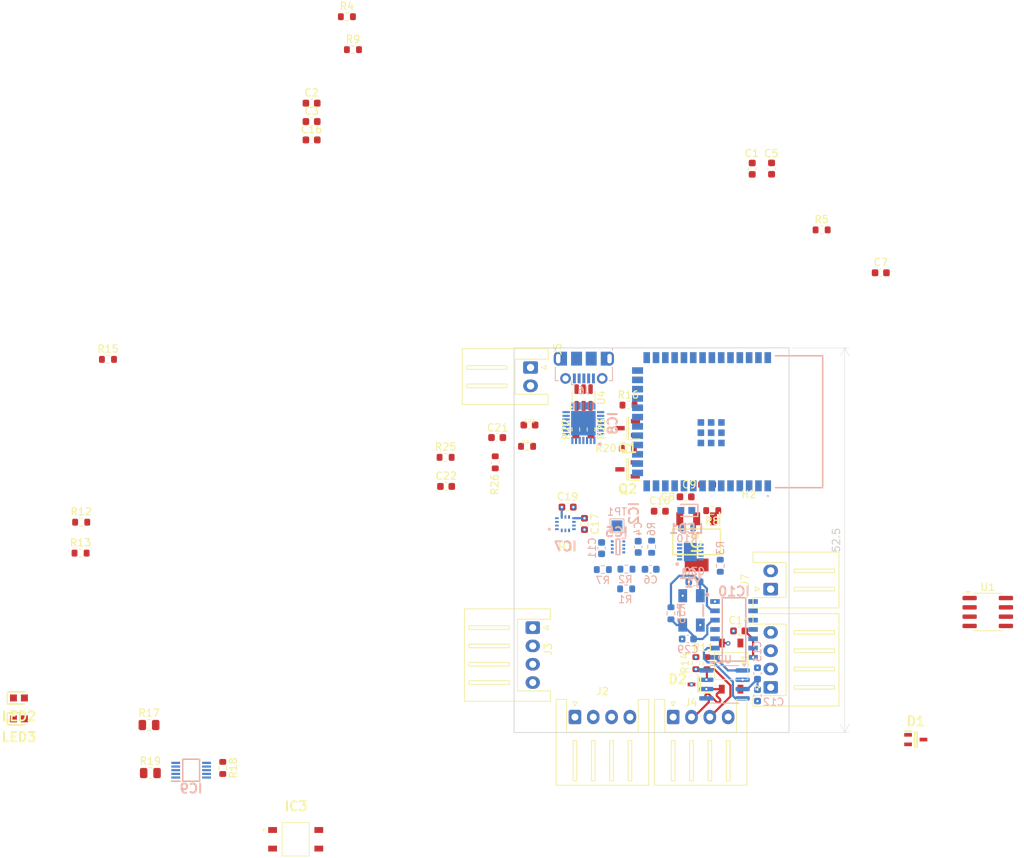
<source format=kicad_pcb>
(kicad_pcb (version 20241229) (generator "pcbnew") (generator_version "9.0")
  (layers (0 "F.Cu" signal) (4 "In1.Cu" signal) (6 "In2.Cu" signal) (2 "B.Cu" signal) (13 "F.Paste" user) (15 "B.Paste" user) (5 "F.SilkS" user "F.Silkscreen") (7 "B.SilkS" user "B.Silkscreen") (1 "F.Mask" user) (3 "B.Mask" user) (25 "Edge.Cuts" user))
  (net 0 "")
  (net 1 "/CHIP_PU")
  (net 2 "Net-(Q1-B)")
  (net 3 "/GPIO0")
  (net 4 "Net-(Q2-B)")
  (net 5 "/EFUSE_IN")
  (net 6 "/WSPD-")
  (net 7 "/WSPD+")
  (net 8 "+5V")
  (net 9 "GND")
  (net 10 "/HE_OUTPUT")
  (net 11 "Net-(IC10-OSC2)")
  (net 12 "/USER_LED")
  (net 13 "VCC")
  (net 14 "VBUS")
  (net 15 "Net-(IC9-IN-)")
  (net 16 "Net-(IC9-IN+)")
  (net 17 "Net-(IC8-VBUS)")
  (net 18 "/PROG_D-")
  (net 19 "/PROG_D+")
  (net 20 "/CAN1+")
  (net 21 "/USBM_D-")
  (net 22 "/USBM_D+")
  (net 23 "+3.3V")
  (net 24 "/CAN1-")
  (net 25 "/CAN2-")
  (net 26 "/CAN2+")
  (net 28 "/ILIM")
  (net 29 "Net-(IC1-EN{slash}UVLO)")
  (net 31 "/CAN1_CTX")
  (net 33 "/I2C2_SCL")
  (net 34 "/I2C2_SDA")
  (net 35 "Net-(IC10-OSC1)")
  (net 36 "/CAN_2_INT1")
  (net 37 "/UOTXD")
  (net 38 "/UORXD")
  (net 39 "/I2C1_SDA")
  (net 40 "/I2C1_SCL")
  (net 50 "/CAN1_TERM")
  (net 53 "/CAN2_RTX")
  (net 57 "/CAN1_RTX")
  (net 58 "/CAN2_TERM")
  (net 60 "/CAN2_CTX")
  (net 63 "Net-(IC3-Pad6)")
  (net 64 "Net-(IC5-PR1)")
  (net 65 "Net-(IC5-ST)")
  (net 66 "Net-(IC6-Pad6)")
  (net 75 "Net-(IC8-RTS)")
  (net 80 "Net-(IC8-DTR)")
  (net 94 "Net-(IC8-RSTB)")
  (net 106 "Net-(LED1-K)")
  (net 107 "Net-(LED2-A)")
  (net 108 "Net-(U1-Rs)")
  (net 109 "Net-(U2-Rs)")
  (net 110 "Net-(R22-Pad1)")
  (net 111 "Net-(R23-Pad2)")
  (net 114 "/CAN_2_INT0")
  (net 115 "/CAN_2_INT")
  (net 116 "/SPI_MOSI")
  (net 117 "/SPI_SCK")
  (net 118 "/CAN2_CS")
  (net 119 "/SPI_MISO")
  (footprint "Capacitor_SMD:C_0603_1608Metric" (layer "F.Cu") (at 90.695 95.61 180)
    (property "Reference" "C21")
    (property "Value" "100nF")
  )
  (footprint "Resistor_SMD:R_0805_2012Metric" (layer "F.Cu") (at 43.3875 141.4)
    (property "Reference" "R19")
    (property "Value" "10k")
  )
  (footprint "Connector_JST:JST_XH_S2B-XH-A_1x02_P2.50mm_Horizontal" (layer "F.Cu") (at 95.245 86.05 -90)
    (property "Reference" "J5")
    (property "Value" "Conn_01x02_Socket")
  )
  (footprint "MountingHole:MountingHole_3.2mm_M3" (layer "F.Cu") (at 125 107.365)
    (property "Reference" "H2")
    (property "Value" "M3")
  )
  (footprint "SDM_MiscFootprint:TLP266J" (layer "F.Cu") (at 63.26 150.44)
    (property "Reference" "IC3")
    (property "Value" "TLP175A_TPL,E" (hide yes))
  )
  (footprint "Connector_JST:JST_XH_S4B-XH-A_1x04_P2.50mm_Horizontal" (layer "F.Cu") (at 101.3 133.755)
    (property "Reference" "J2")
    (property "Value" "Conn_01x04_Socket")
  )
  (footprint "Resistor_SMD:R_0603_1608Metric" (layer "F.Cu") (at 101.42 94.5 -90)
    (property "Reference" "R22")
    (property "Value" "27")
  )
  (footprint "Resistor_SMD:R_0603_1608Metric" (layer "F.Cu") (at 108.61 91.18 180)
    (property "Reference" "R16")
    (property "Value" "10k")
  )
  (footprint "SDM_MiscFootprint:SOT96P237X111-3N" (layer "F.Cu") (at 108.51 94.33 180)
    (property "Reference" "Q1")
    (property "Value" "SOT96P237X111-3N" (hide yes))
  )
  (footprint "SDM_MiscFootprint:SOT65P210X110-3N" (layer "F.Cu") (at 147.79 136.83)
    (property "Reference" "D1")
    (property "Value" "ESDCAN03-2BWY" (hide yes))
  )
  (footprint "Capacitor_SMD:C_0603_1608Metric" (layer "F.Cu") (at 143.015 73.12)
    (property "Reference" "C7")
    (property "Value" "1uF")
  )
  (footprint "Connector_JST:JST_XH_S4B-XH-A_1x04_P2.50mm_Horizontal" (layer "F.Cu") (at 128 129.7 90)
    (property "Reference" "J1")
    (property "Value" "Conn_01x04_Socket")
  )
  (footprint "Capacitor_SMD:C_0603_1608Metric" (layer "F.Cu") (at 102.6 107.4 -90)
    (property "Reference" "C17")
    (property "Value" "100nF")
  )
  (footprint "Capacitor_SMD:C_0603_1608Metric" (layer "F.Cu") (at 112.875 105.66)
    (property "Reference" "C10")
    (property "Value" "10uF")
  )
  (footprint "Capacitor_SMD:C_0603_1608Metric" (layer "F.Cu") (at 83.725 102.28)
    (property "Reference" "C22")
    (property "Value" "1uF")
  )
  (footprint "Resistor_SMD:R_0603_1608Metric" (layer "F.Cu") (at 94.77 96.81)
    (property "Reference" "R24")
    (property "Value" "22.1K")
  )
  (footprint "Capacitor_SMD:C_0603_1608Metric" (layer "F.Cu") (at 65.3775 49.97)
    (property "Reference" "C2")
    (property "Value" "100nF")
  )
  (footprint "SDM_MiscFootprint:SOT96P237X111-3N" (layer "F.Cu") (at 108.48 99.95 180)
    (property "Reference" "Q2")
    (property "Value" "SOT96P237X111-3N" (hide yes))
  )
  (footprint "Resistor_SMD:R_0603_1608Metric" (layer "F.Cu") (at 117.8 126.4 -90)
    (property "Reference" "R14")
    (property "Value" "10k")
  )
  (footprint "Resistor_SMD:R_0603_1608Metric" (layer "F.Cu") (at 120.025 105.58 180)
    (property "Reference" "R8")
    (property "Value" "68")
  )
  (footprint "Resistor_SMD:R_0603_1608Metric" (layer "F.Cu") (at 119.3 126.4 -90)
    (property "Reference" "R11")
    (property "Value" "120")
  )
  (footprint "Capacitor_SMD:C_0603_1608Metric" (layer "F.Cu") (at 123.7 122)
    (property "Reference" "C14")
    (property "Value" "100nF")
  )
  (footprint "Package_TO_SOT_SMD:SOT-23-6" (layer "F.Cu") (at 102.48 90.1375 90)
    (property "Reference" "U4")
    (property "Value" "USBLC6-2SC6")
  )
  (footprint "Resistor_SMD:R_0603_1608Metric" (layer "F.Cu") (at 33.95 107.16)
    (property "Reference" "R12")
    (property "Value" "2.2k")
  )
  (footprint "Resistor_SMD:R_0603_1608Metric" (layer "F.Cu") (at 33.87 111.38)
    (property "Reference" "R13")
    (property "Value" "5.05")
  )
  (footprint "Capacitor_SMD:C_0603_1608Metric" (layer "F.Cu") (at 100.3 105.1)
    (property "Reference" "C19")
    (property "Value" "100nF")
  )
  (footprint "SDM_MiscFootprint:SOT65P210X110-3N" (layer "F.Cu") (at 118.25 129.3 180)
    (property "Reference" "D2")
    (property "Value" "ESDCAN03-2BWY" (hide yes))
  )
  (footprint "MountingHole:MountingHole_3.2mm_M3" (layer "F.Cu") (at 100 100)
    (property "Reference" "H1" (hide yes))
    (property "Value" "M3")
  )
  (footprint "Resistor_SMD:R_0603_1608Metric" (layer "F.Cu") (at 71.02 42.67)
    (property "Reference" "R9")
    (property "Value" "10k")
  )
  (footprint "Resistor_SMD:R_0603_1608Metric" (layer "F.Cu") (at 53.26 140.7 -90)
    (property "Reference" "R18")
    (property "Value" "1k")
  )
  (footprint "SDM_MiscFootprint:TLP266J" (layer "F.Cu") (at 122.6 126.85 -90)
    (property "Reference" "IC6" (hide yes))
    (property "Value" "TLP175A_TPL,E" (hide yes))
  )
  (footprint "Connector_JST:JST_XH_S4B-XH-A_1x04_P2.50mm_Horizontal" (layer "F.Cu") (at 114.7 133.755)
    (property "Reference" "J4")
    (property "Value" "Conn_01x04_Socket")
  )
  (footprint "Resistor_SMD:R_0603_1608Metric" (layer "F.Cu") (at 37.605 84.94)
    (property "Reference" "R15")
    (property "Value" "2.2k")
  )
  (footprint "SDM_MiscFootprint:SOT230P700X180-4N" (layer "F.Cu") (at 117.9 109.85 -90)
    (property "Reference" "IC4")
    (property "Value" "MIC37100-3.3WS" (hide yes))
  )
  (footprint "Resistor_SMD:R_0603_1608Metric" (layer "F.Cu") (at 134.95 67.27)
    (property "Reference" "R5")
    (property "Value" "10k")
  )
  (footprint "Resistor_SMD:R_0603_1608Metric" (layer "F.Cu") (at 83.66 98.31)
    (property "Reference" "R25")
    (property "Value" "1k")
  )
  (footprint "Capacitor_SMD:C_0603_1608Metric" (layer "F.Cu") (at 125.48 58.915 90)
    (property "Reference" "C1")
    (property "Value" "10uF")
  )
  (footprint "Resistor_SMD:R_0603_1608Metric" (layer "F.Cu") (at 103.5 94.5 90)
    (property "Reference" "R23")
    (property "Value" "27")
  )
  (footprint "Capacitor_SMD:C_0603_1608Metric" (layer "F.Cu") (at 65.3775 52.48)
    (property "Reference" "C3")
    (property "Value" "100nF")
  )
  (footprint "SDM_MiscFootprint:LEDC1608X80N" (layer "F.Cu") (at 25.46 131.15)
    (property "Reference" "LED2")
    (property "Value" "150060GS75000" (hide yes))
  )
  (footprint "MountingHole:MountingHole_3.2mm_M3" (layer "F.Cu") (at 100 114.73)
    (property "Reference" "H3")
    (property "Value" "M3")
  )
  (footprint "Resistor_SMD:R_0603_1608Metric" (layer "F.Cu") (at 108.52 97.08 180)
    (property "Reference" "R20")
    (property "Value" "10k")
  )
  (footprint "Capacitor_SMD:C_0603_1608Metric" (layer "F.Cu") (at 119.33 102.03 180)
    (property "Reference" "C9")
    (property "Value" "10uF")
  )
  (footprint "Capacitor_SMD:C_0603_1608Metric" (layer "F.Cu") (at 65.3775 54.99)
    (property "Reference" "C16")
    (property "Value" "1nF")
  )
  (footprint "Connector_JST:JST_XH_S4B-XH-A_1x04_P2.50mm_Horizontal" (layer "F.Cu") (at 95.545 121.55 -90)
    (property "Reference" "J3")
    (property "Value" "Conn_01x04_Socket")
  )
  (footprint "Resistor_SMD:R_0603_1608Metric" (layer "F.Cu") (at 90.43 98.995 -90)
    (property "Reference" "R26")
    (property "Value" "47.5k")
  )
  (footprint "Capacitor_SMD:C_0603_1608Metric" (layer "F.Cu") (at 128.12 58.9 90)
    (property "Reference" "C5")
    (property "Value" "100nF")
  )
  (footprint "Connector_JST:JST_XH_S2B-XH-A_1x02_P2.50mm_Horizontal" (layer "F.Cu") (at 128 116.3 90)
    (property "Reference" "J7")
    (property "Value" "Conn_01x02_Socket")
  )
  (footprint "Capacitor_SMD:C_0603_1608Metric" (layer "F.Cu") (at 116.4 103.7 180)
    (property "Reference" "C8")
    (property "Value" "1uF")
  )
  (footprint "Resistor_SMD:R_0603_1608Metric" (layer "F.Cu") (at 70.195 38.17)
    (property "Reference" "R4")
    (property "Value" "120")
  )
  (footprint "Package_SO:SOIC-8_3.9x4.9mm_P1.27mm" (layer "F.Cu") (at 157.61 119.42)
    (property "Reference" "U1")
    (property "Value" "SN65HVD230")
  )
  (footprint "Resistor_SMD:R_0805_2012Metric" (layer "F.Cu") (at 43.205 134.84)
    (property "Reference" "R17")
    (property "Value" "10k")
  )
  (footprint "SDM_MiscFootprint:LEDC1608X80N" (layer "F.Cu") (at 25.46 134)
    (property "Reference" "LED3")
    (property "Value" "150060RS75000" (hide yes))
  )
  (footprint "Capacitor_SMD:C_0603_1608Metric" (layer "F.Cu") (at 95.1 93.9)
    (property "Reference" "C20")
    (property "Value" "4.7uF")
  )
  (footprint "Capacitor_SMD:C_0603_1608Metric" (layer "B.Cu") (at 126.2 130.8 -90)
    (property "Reference" "C12")
    (property "Value" "100nF")
  )
  (footprint "SDM_MiscFootprint:LEDC1608X80N" (layer "B.Cu") (at 116.49 105.56 180)
    (property "Reference" "LED1")
    (property "Value" "150060RS75000" (hide yes))
  )
  (footprint "Capacitor_SMD:C_0603_1608Metric" (layer "B.Cu") (at 109.93 110.525 -90)
    (property "Reference" "C4")
    (property "Value" "1uF")
  )
  (footprint "SDM_MiscFootprint:SON50P300X300X100-11L-D" (layer "B.Cu") (at 117.034 111.23)
    (property "Reference" "IC1")
    (property "Value" "TPS259250DRCR" (hide yes))
  )
  (footprint "Resistor_SMD:R_0603_1608Metric" (layer "B.Cu") (at 108.325 113.57)
    (property "Reference" "R2")
    (property "Value" "10k")
  )
  (footprint "SDM_MiscFootprint:SOTFL50P160X60-8L" (layer "B.Cu") (at 107.172 110.53 180)
    (property "Reference" "IC5")
    (property "Value" "TPS2116DRLR" (hide yes))
  )
  (footprint "Resistor_SMD:R_0603_1608Metric" (layer "B.Cu") (at 105.109 113.63)
    (property "Reference" "R7")
    (property "Value" "10k")
  )
  (footprint "SDM_MiscFootprint:ESP32S3WROOM1N8R8" (layer "B.Cu") (at 122.34 93.45 90)
    (property "Reference" "IC2")
    (property "Value" "ESP32-S3-WROOM-1-N8R8" (hide yes))
  )
  (footprint "Capacitor_SMD:C_0603_1608Metric" (layer "B.Cu") (at 126.2 127.8 90)
    (property "Reference" "C13")
    (property "Value" "100nF")
  )
  (footprint "Resistor_SMD:R_0603_1608Metric" (layer "B.Cu") (at 111.76 110.51 -90)
    (property "Reference" "R6")
    (property "Value" "1M")
  )
  (footprint "Resistor_SMD:R_0603_1608Metric" (layer "B.Cu") (at 114.4 119.6 90)
    (property "Reference" "R55")
    (property "Value" "1M")
  )
  (footprint "SDM_MiscFootprint:SOP50P490X110-10L" (layer "B.Cu") (at 48.95 141.01)
    (property "Reference" "IC9")
    (property "Value" "MAX9924UAUB+" (hide yes))
  )
  (footprint "SDM_MiscFootprint:ABM3B" (layer "B.Cu") (at 117.2 119.2 -90)
    (property "Reference" "Y1")
    (property "Value" "ABM3B-20.000MHZ-10-1-U-T" (hide yes))
  )
  (footprint "SDM_MiscFootprint:QFN50P500X500X80-29N-D" (layer "B.Cu") (at 102.45 93.645 90)
    (property "Reference" "IC8")
    (property "Value" "CP2102N-A02-GQFN28" (hide yes))
  )
  (footprint "Resistor_SMD:R_0603_1608Metric" (layer "B.Cu") (at 121.124 113.1 90)
    (property "Reference" "R3")
    (property "Value" "60.4k")
  )
  (footprint "Capacitor_SMD:C_0603_1608Metric" (layer "B.Cu") (at 116.7 123.1)
    (property "Reference" "C29")
    (property "Value" "15pF")
  )
  (footprint "Package_SO:SOIC-8_3.9x4.9mm_P1.27mm" (layer "B.Cu") (at 121.7 129.3 180)
    (property "Reference" "U2")
    (property "Value" "SN65HVD230")
  )
  (footprint "SDM_MiscFootprint:SOIC127P600X175-14L" (layer "B.Cu") (at 123 121.8)
    (property "Reference" "IC10")
    (property "Value" "MCP2518FDT-E_SL" (hide yes))
  )
  (footprint "Capacitor_SMD:C_0603_1608Metric" (layer "B.Cu") (at 117.6 115.3 180)
    (property "Reference" "C30")
    (property "Value" "15pF")
  )
  (footprint "TestPoint:TestPoint_Pad_1.5x1.5mm" (layer "B.Cu") (at 107.03 107.66)
    (property "Reference" "TP1")
    (property "Value" "5V_ST")
  )
  (footprint "Connector_USB:USB_Micro-B_Molex-105017-0001" (layer "B.Cu") (at 102.52 86.0775)
    (property "Reference" "J6")
    (property "Value" "ESP_USB")
  )
  (footprint "Capacitor_SMD:C_0603_1608Metric" (layer "B.Cu") (at 111.63 113.59)
    (property "Reference" "C6")
    (property "Value" "100nF")
  )
  (footprint "SDM_MiscFootprint:LSM6DS3USTR" (layer "B.Cu") (at 100 107.365)
    (property "Reference" "IC7")
    (property "Value" "ISM330DHCXTR" (hide yes))
  )
  (footprint "Resistor_SMD:R_0603_1608Metric" (layer "B.Cu") (at 116.595 107.95)
    (property "Reference" "R10")
    (property "Value" "0")
  )
  (footprint "Capacitor_SMD:C_0603_1608Metric" (layer "B.Cu") (at 104.934 110.7 90)
    (property "Reference" "C11")
    (property "Value" "1uF")
  )
  (footprint "Resistor_SMD:R_0603_1608Metric" (layer "B.Cu") (at 108.285 116.26 180)
    (property "Reference" "R1")
    (property "Value" "10k")
  )
  (gr_line (start 130.5 83.365) (end 130.5 135.865) (stroke (width 0.1)) (layer "Edge.Cuts"))
  (gr_line (start 93 83.385) (end 93 135.865) (stroke (width 0.1)) (layer "Edge.Cuts"))
  (gr_line (start 93 83.385) (end 130.5 83.365) (stroke (width 0.1)) (layer "Edge.Cuts"))
  (gr_line (start 93 135.865) (end 130.5 135.865) (stroke (width 0.1)) (layer "Edge.Cuts"))
  (dimension (type orthogonal) (layer "Edge.Cuts") (pts (xy 130.5 135.865) (xy 130.49 83.365)) (height 7.6) (orientation 1) (format (prefix "") (suffix "") (units 3) (units_format 0) (precision 4) (suppress_zeroes yes)) (style (thickness 0.05) (arrow_length 1.27) (text_position_mode 0) (arrow_direction outward) (extension_height 0.58642) (extension_offset 0.5) (keep_text_aligned yes)) (gr_text "52.5" (at 136.95 109.615 90) (layer "Edge.Cuts") (effects (font (size 1 1) (thickness 0.15)))))
  (segment (start 122.15 123.65) (end 122.2 123.7) (width 0.3) (layer "F.Cu") (net 9))
  (segment (start 121.33 123.65) (end 122.15 123.65) (width 0.3) (layer "F.Cu") (net 9))
  (via (at 118.4 121.2) (size 0.6) (drill 0.3) (layers "F.Cu" "B.Cu") (net 9))
  (via (at 115.925 123.1) (size 0.6) (drill 0.3) (layers "F.Cu" "B.Cu") (net 9))
  (via (at 101.075 105.1) (size 0.6) (drill 0.3) (layers "F.Cu" "B.Cu") (net 9))
  (via (at 117.8 125.575) (size 0.6) (drill 0.3) (layers "F.Cu" "B.Cu") (net 9))
  (via (at 126.2 131.575) (size 0.6) (drill 0.3) (layers "F.Cu" "B.Cu") (net 9))
  (via (at 102.6 108.175) (size 0.6) (drill 0.3) (layers "F.Cu" "B.Cu") (net 9))
  (via (at 122.2 123.7) (size 0.6) (drill 0.3) (layers "F.Cu" "B.Cu") (net 9))
  (via (at 122.925 122) (size 0.6) (drill 0.3) (layers "F.Cu" "B.Cu") (net 9))
  (via (at 116.825 115.3) (size 0.6) (drill 0.3) (layers "F.Cu" "B.Cu") (net 9))
  (via (at 120.4 117.99) (size 0.6) (drill 0.3) (layers "F.Cu" "B.Cu") (net 9))
  (via (at 124.175 128.665) (size 0.6) (drill 0.3) (layers "F.Cu" "B.Cu") (net 9))
  (via (at 126.2 127.025) (size 0.6) (drill 0.3) (layers "F.Cu" "B.Cu") (net 9))
  (via (at 117.2 129.3) (size 0.6) (drill 0.3) (layers "F.Cu" "B.Cu") (net 9))
  (via (at 116 117.2) (size 0.6) (drill 0.3) (layers "F.Cu" "B.Cu") (net 9))
  (segment (start 119.351 122.451) (end 118.702 123.1) (width 0.3) (layer "B.Cu") (net 11))
  (segment (start 116 121.2) (end 115.175 121.2) (width 0.3) (layer "B.Cu") (net 11))
  (segment (start 117.475 122.675) (end 116 121.2) (width 0.3) (layer "B.Cu") (net 11))
  (segment (start 120.4 120.53) (end 120.075 120.53) (width 0.3) (layer "B.Cu") (net 11))
  (segment (start 119.351 121.254) (end 119.351 122.451) (width 0.3) (layer "B.Cu") (net 11))
  (segment (start 120.075 120.53) (end 119.351 121.254) (width 0.3) (layer "B.Cu") (net 11))
  (segment (start 117.475 123.1) (end 117.475 122.675) (width 0.3) (layer "B.Cu") (net 11))
  (segment (start 115.175 121.2) (end 114.4 120.425) (width 0.3) (layer "B.Cu") (net 11))
  (segment (start 118.702 123.1) (end 117.475 123.1) (width 0.3) (layer "B.Cu") (net 11))
  (segment (start 124.475 122) (end 125.6 123.125) (width 0.3) (layer "F.Cu") (net 23))
  (segment (start 125.6 123.125) (end 125.6 125.61) (width 0.3) (layer "F.Cu") (net 23))
  (segment (start 128.105 59.69) (end 128.12 59.675) (width 0.5) (layer "F.Cu") (net 23))
  (via (at 126.2 130.025) (size 0.6) (drill 0.3) (layers "F.Cu" "B.Cu") (net 23))
  (via (at 102.6 106.625) (size 0.6) (drill 0.3) (layers "F.Cu" "B.Cu") (net 23))
  (via (at 125.6 125.61) (size 0.6) (drill 0.3) (layers "F.Cu" "B.Cu") (net 23))
  (via (at 99.525 105.1) (size 0.6) (drill 0.3) (layers "F.Cu" "B.Cu") (net 23))
  (segment (start 124.175 129.935) (end 124.84 129.935) (width 0.3) (layer "B.Cu") (net 23))
  (segment (start 99.5 106.453) (end 99.5 105.125) (width 0.3) (layer "B.Cu") (net 23))
  (segment (start 101.163 106.615) (end 102.59 106.615) (width 0.3) (layer "B.Cu") (net 23))
  (segment (start 124.84 129.935) (end 126.2 128.575) (width 0.3) (layer "B.Cu") (net 23))
  (segment (start 126.2 128.575) (end 126.2 130.025) (width 0.3) (layer "B.Cu") (net 23))
  (segment (start 102.49 106.615) (end 102.5 106.625) (width 0.3) (layer "B.Cu") (net 23))
  (segment (start 99.5 105.125) (end 99.525 105.1) (width 0.3) (layer "B.Cu") (net 23))
  (segment (start 102.59 106.615) (end 102.6 106.625) (width 0.3) (layer "B.Cu") (net 23))
  (segment (start 124.265 130.025) (end 124.175 129.935) (width 0.3) (layer "B.Cu") (net 23))
  (segment (start 119.148329 130.725405) (end 119.233185 130.64055) (width 0.3) (layer "F.Cu") (net 25))
  (segment (start 119.512052 131.428537) (end 119.14833 131.064815) (width 0.3) (layer "F.Cu") (net 25))
  (segment (start 120.978846 131.707391) (end 121.063699 131.622537) (width 0.3) (layer "F.Cu") (net 25))
  (segment (start 119.936318 131.004274) (end 120.106023 131.173979) (width 0.3) (layer "F.Cu") (net 25))
  (segment (start 117.2 133.755) (end 117.525 133.755) (width 0.3) (layer "F.Cu") (net 25))
  (segment (start 120.106022 131.173978) (end 120.275727 131.343683) (width 0.3) (layer "F.Cu") (net 25))
  (segment (start 119.572595 130.640551) (end 119.936318 131.004274) (width 0.3) (layer "F.Cu") (net 25))
  (segment (start 120.275727 131.343683) (end 120.639435 131.707391) (width 0.3) (layer "F.Cu") (net 25))
  (segment (start 120.699991 130.580007) (end 120.784845 130.495154) (width 0.3) (layer "F.Cu") (net 25))
  (segment (start 120.784845 130.495154) (end 121.33 129.95) (width 0.3) (layer "F.Cu") (net 25))
  (segment (start 121.33 129.95) (end 119.3 129.95) (width 0.3) (layer "F.Cu") (net 25))
  (segment (start 117.525 133.755) (end 119.512051 131.767949) (width 0.3) (layer "F.Cu") (net 25))
  (segment (start 120.106023 131.173979) (end 120.106022 131.173978) (width 0.3) (layer "F.Cu") (net 25))
  (segment (start 121.063699 131.283126) (end 120.699991 130.919418) (width 0.3) (layer "F.Cu") (net 25))
  (via (at 119.225 129.935) (size 0.6) (drill 0.3) (layers "F.Cu" "B.Cu") (net 25))
  (arc (start 119.233185 130.64055) (mid 119.40289 130.570256) (end 119.572595 130.640551) (width 0.3) (layer "F.Cu") (net 25))
  (arc (start 120.699991 130.919418) (mid 120.629696 130.749713) (end 120.699991 130.580007) (width 0.3) (layer "F.Cu") (net 25))
  (arc (start 120.639435 131.707391) (mid 120.809141 131.777685) (end 120.978846 131.707391) (width 0.3) (layer "F.Cu") (net 25))
  (arc (start 119.14833 131.064815) (mid 119.078036 130.895109) (end 119.148329 130.725405) (width 0.3) (layer "F.Cu") (net 25))
  (arc (start 119.512051 131.767949) (mid 119.582346 131.598243) (end 119.512052 131.428537) (width 0.3) (layer "F.Cu") (net 25))
  (arc (start 121.063699 131.622537) (mid 121.133994 131.452831) (end 121.063699 131.283126) (width 0.3) (layer "F.Cu") (net 25))
  (segment (start 122.5 129.418) (end 120.307 127.225) (width 0.3) (layer "F.Cu") (net 26))
  (segment (start 122.5 130.955) (end 122.5 129.418) (width 0.3) (layer "F.Cu") (net 26))
  (segment (start 120.307 127.225) (end 119.3 127.225) (width 0.3) (layer "F.Cu") (net 26))
  (segment (start 119.7 133.755) (end 122.5 130.955) (width 0.3) (layer "F.Cu") (net 26))
  (segment (start 119.3 127.225) (end 119.3 128.65) (width 0.3) (layer "F.Cu") (net 26))
  (via (at 119.225 128.665) (size 0.6) (drill 0.3) (layers "F.Cu" "B.Cu") (net 26))
  (segment (start 117.549 114.474) (end 118.375 115.3) (width 0.3) (layer "B.Cu") (net 35))
  (segment (start 114.4 118.775) (end 114.4 115.6) (width 0.3) (layer "B.Cu") (net 35))
  (segment (start 115.526 114.474) (end 117.549 114.474) (width 0.3) (layer "B.Cu") (net 35))
  (segment (start 114.4 115.6) (end 115.526 114.474) (width 0.3) (layer "B.Cu") (net 35))
  (segment (start 118.375 117.175) (end 118.4 117.2) (width 0.3) (layer "B.Cu") (net 35))
  (segment (start 120.4 119.26) (end 119.993 119.26) (width 0.3) (layer "B.Cu") (net 35))
  (segment (start 118.375 115.3) (end 118.375 117.175) (width 0.3) (layer "B.Cu") (net 35))
  (segment (start 119.3 118.567) (end 119.3 116.225) (width 0.3) (layer "B.Cu") (net 35))
  (segment (start 119.3 116.225) (end 118.375 115.3) (width 0.3) (layer "B.Cu") (net 35))
  (segment (start 119.993 119.26) (end 119.3 118.567) (width 0.3) (layer "B.Cu") (net 35))
  (segment (start 122.849 130.853999) (end 123.200001 131.205) (width 0.3) (layer "B.Cu") (net 53))
  (segment (start 122.849 128.949) (end 122.849 130.853999) (width 0.3) (layer "B.Cu") (net 53))
  (segment (start 119.399 126.286) (end 120.186 126.286) (width 0.3) (layer "B.Cu") (net 53))
  (segment (start 120.186 126.286) (end 122.849 128.949) (width 0.3) (layer "B.Cu") (net 53))
  (segment (start 118.9 125.787) (end 119.399 126.286) (width 0.3) (layer "B.Cu") (net 53))
  (segment (start 120.4 124.34) (end 119.36 124.34) (width 0.3) (layer "B.Cu") (net 53))
  (segment (start 119.36 124.34) (end 118.9 124.8) (width 0.3) (layer "B.Cu") (net 53))
  (segment (start 118.9 124.8) (end 118.9 125.787) (width 0.3) (layer "B.Cu") (net 53))
  (segment (start 123.200001 131.205) (end 124.175 131.205) (width 0.3) (layer "B.Cu") (net 53))
  (segment (start 122.185 127.395) (end 120.4 125.61) (width 0.3) (layer "B.Cu") (net 60))
  (segment (start 124.175 127.395) (end 122.185 127.395) (width 0.3) (layer "B.Cu") (net 60))
  (via (at 117.8 127.225) (size 0.6) (drill 0.3) (layers "F.Cu" "B.Cu") (net 109))
  (segment (start 119.055 127.225) (end 119.225 127.395) (width 0.3) (layer "B.Cu") (net 109))
  (segment (start 117.8 127.225) (end 119.055 127.225) (width 0.3) (layer "B.Cu") (net 109))
)
</source>
